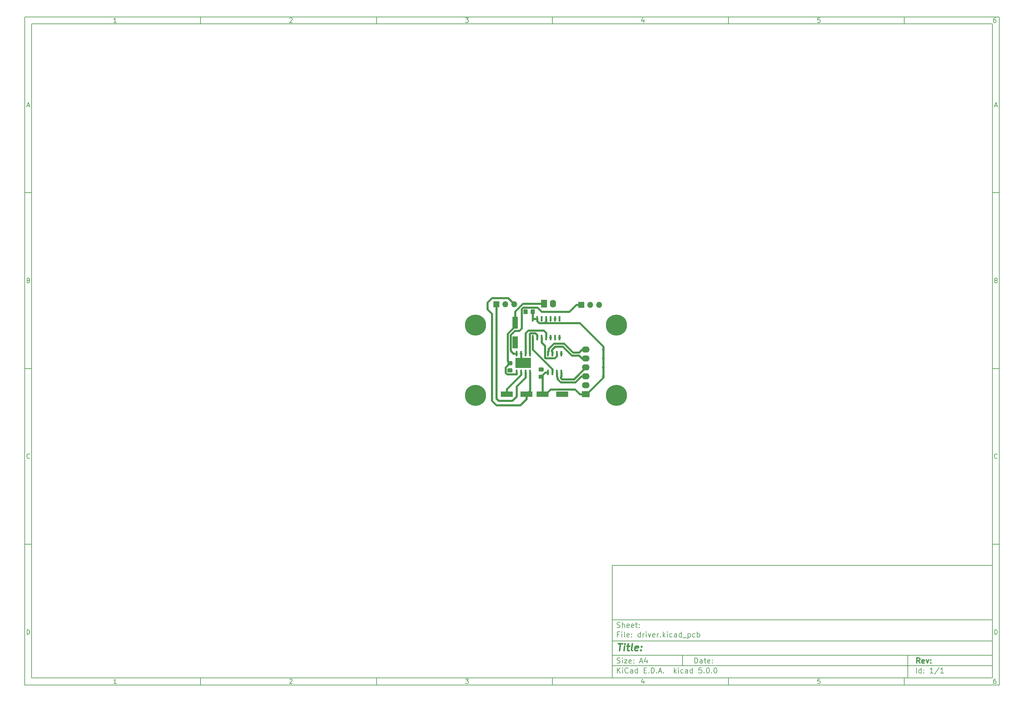
<source format=gtl>
G04 #@! TF.GenerationSoftware,KiCad,Pcbnew,5.0.0*
G04 #@! TF.CreationDate,2018-10-21T13:37:26+10:00*
G04 #@! TF.ProjectId,driver,6472697665722E6B696361645F706362,rev?*
G04 #@! TF.SameCoordinates,Original*
G04 #@! TF.FileFunction,Copper,L1,Top,Signal*
G04 #@! TF.FilePolarity,Positive*
%FSLAX46Y46*%
G04 Gerber Fmt 4.6, Leading zero omitted, Abs format (unit mm)*
G04 Created by KiCad (PCBNEW 5.0.0) date Sun Oct 21 13:37:26 2018*
%MOMM*%
%LPD*%
G01*
G04 APERTURE LIST*
%ADD10C,0.100000*%
%ADD11C,0.150000*%
%ADD12C,0.300000*%
%ADD13C,0.400000*%
G04 #@! TA.AperFunction,Conductor*
%ADD14C,0.100000*%
G04 #@! TD*
G04 #@! TA.AperFunction,SMDPad,CuDef*
%ADD15C,1.150000*%
G04 #@! TD*
G04 #@! TA.AperFunction,SMDPad,CuDef*
%ADD16R,0.600000X1.500000*%
G04 #@! TD*
G04 #@! TA.AperFunction,ComponentPad*
%ADD17O,1.700000X1.700000*%
G04 #@! TD*
G04 #@! TA.AperFunction,ComponentPad*
%ADD18R,1.700000X1.700000*%
G04 #@! TD*
G04 #@! TA.AperFunction,ComponentPad*
%ADD19C,0.800000*%
G04 #@! TD*
G04 #@! TA.AperFunction,ComponentPad*
%ADD20C,6.000000*%
G04 #@! TD*
G04 #@! TA.AperFunction,SMDPad,CuDef*
%ADD21R,0.600000X1.550000*%
G04 #@! TD*
G04 #@! TA.AperFunction,ComponentPad*
%ADD22R,1.740000X2.200000*%
G04 #@! TD*
G04 #@! TA.AperFunction,ComponentPad*
%ADD23O,1.740000X2.200000*%
G04 #@! TD*
G04 #@! TA.AperFunction,SMDPad,CuDef*
%ADD24R,3.500000X1.600000*%
G04 #@! TD*
G04 #@! TA.AperFunction,SMDPad,CuDef*
%ADD25R,1.600000X3.500000*%
G04 #@! TD*
G04 #@! TA.AperFunction,ComponentPad*
%ADD26R,2.200000X1.740000*%
G04 #@! TD*
G04 #@! TA.AperFunction,ComponentPad*
%ADD27O,2.200000X1.740000*%
G04 #@! TD*
G04 #@! TA.AperFunction,SMDPad,CuDef*
%ADD28R,3.100000X2.600000*%
G04 #@! TD*
G04 #@! TA.AperFunction,Conductor*
%ADD29R,4.500000X2.950000*%
G04 #@! TD*
G04 #@! TA.AperFunction,ViaPad*
%ADD30C,0.600000*%
G04 #@! TD*
G04 #@! TA.AperFunction,ViaPad*
%ADD31C,0.800000*%
G04 #@! TD*
G04 #@! TA.AperFunction,Conductor*
%ADD32C,0.625000*%
G04 #@! TD*
G04 APERTURE END LIST*
D10*
D11*
X177002200Y-166007200D02*
X177002200Y-198007200D01*
X285002200Y-198007200D01*
X285002200Y-166007200D01*
X177002200Y-166007200D01*
D10*
D11*
X10000000Y-10000000D02*
X10000000Y-200007200D01*
X287002200Y-200007200D01*
X287002200Y-10000000D01*
X10000000Y-10000000D01*
D10*
D11*
X12000000Y-12000000D02*
X12000000Y-198007200D01*
X285002200Y-198007200D01*
X285002200Y-12000000D01*
X12000000Y-12000000D01*
D10*
D11*
X60000000Y-12000000D02*
X60000000Y-10000000D01*
D10*
D11*
X110000000Y-12000000D02*
X110000000Y-10000000D01*
D10*
D11*
X160000000Y-12000000D02*
X160000000Y-10000000D01*
D10*
D11*
X210000000Y-12000000D02*
X210000000Y-10000000D01*
D10*
D11*
X260000000Y-12000000D02*
X260000000Y-10000000D01*
D10*
D11*
X36065476Y-11588095D02*
X35322619Y-11588095D01*
X35694047Y-11588095D02*
X35694047Y-10288095D01*
X35570238Y-10473809D01*
X35446428Y-10597619D01*
X35322619Y-10659523D01*
D10*
D11*
X85322619Y-10411904D02*
X85384523Y-10350000D01*
X85508333Y-10288095D01*
X85817857Y-10288095D01*
X85941666Y-10350000D01*
X86003571Y-10411904D01*
X86065476Y-10535714D01*
X86065476Y-10659523D01*
X86003571Y-10845238D01*
X85260714Y-11588095D01*
X86065476Y-11588095D01*
D10*
D11*
X135260714Y-10288095D02*
X136065476Y-10288095D01*
X135632142Y-10783333D01*
X135817857Y-10783333D01*
X135941666Y-10845238D01*
X136003571Y-10907142D01*
X136065476Y-11030952D01*
X136065476Y-11340476D01*
X136003571Y-11464285D01*
X135941666Y-11526190D01*
X135817857Y-11588095D01*
X135446428Y-11588095D01*
X135322619Y-11526190D01*
X135260714Y-11464285D01*
D10*
D11*
X185941666Y-10721428D02*
X185941666Y-11588095D01*
X185632142Y-10226190D02*
X185322619Y-11154761D01*
X186127380Y-11154761D01*
D10*
D11*
X236003571Y-10288095D02*
X235384523Y-10288095D01*
X235322619Y-10907142D01*
X235384523Y-10845238D01*
X235508333Y-10783333D01*
X235817857Y-10783333D01*
X235941666Y-10845238D01*
X236003571Y-10907142D01*
X236065476Y-11030952D01*
X236065476Y-11340476D01*
X236003571Y-11464285D01*
X235941666Y-11526190D01*
X235817857Y-11588095D01*
X235508333Y-11588095D01*
X235384523Y-11526190D01*
X235322619Y-11464285D01*
D10*
D11*
X285941666Y-10288095D02*
X285694047Y-10288095D01*
X285570238Y-10350000D01*
X285508333Y-10411904D01*
X285384523Y-10597619D01*
X285322619Y-10845238D01*
X285322619Y-11340476D01*
X285384523Y-11464285D01*
X285446428Y-11526190D01*
X285570238Y-11588095D01*
X285817857Y-11588095D01*
X285941666Y-11526190D01*
X286003571Y-11464285D01*
X286065476Y-11340476D01*
X286065476Y-11030952D01*
X286003571Y-10907142D01*
X285941666Y-10845238D01*
X285817857Y-10783333D01*
X285570238Y-10783333D01*
X285446428Y-10845238D01*
X285384523Y-10907142D01*
X285322619Y-11030952D01*
D10*
D11*
X60000000Y-198007200D02*
X60000000Y-200007200D01*
D10*
D11*
X110000000Y-198007200D02*
X110000000Y-200007200D01*
D10*
D11*
X160000000Y-198007200D02*
X160000000Y-200007200D01*
D10*
D11*
X210000000Y-198007200D02*
X210000000Y-200007200D01*
D10*
D11*
X260000000Y-198007200D02*
X260000000Y-200007200D01*
D10*
D11*
X36065476Y-199595295D02*
X35322619Y-199595295D01*
X35694047Y-199595295D02*
X35694047Y-198295295D01*
X35570238Y-198481009D01*
X35446428Y-198604819D01*
X35322619Y-198666723D01*
D10*
D11*
X85322619Y-198419104D02*
X85384523Y-198357200D01*
X85508333Y-198295295D01*
X85817857Y-198295295D01*
X85941666Y-198357200D01*
X86003571Y-198419104D01*
X86065476Y-198542914D01*
X86065476Y-198666723D01*
X86003571Y-198852438D01*
X85260714Y-199595295D01*
X86065476Y-199595295D01*
D10*
D11*
X135260714Y-198295295D02*
X136065476Y-198295295D01*
X135632142Y-198790533D01*
X135817857Y-198790533D01*
X135941666Y-198852438D01*
X136003571Y-198914342D01*
X136065476Y-199038152D01*
X136065476Y-199347676D01*
X136003571Y-199471485D01*
X135941666Y-199533390D01*
X135817857Y-199595295D01*
X135446428Y-199595295D01*
X135322619Y-199533390D01*
X135260714Y-199471485D01*
D10*
D11*
X185941666Y-198728628D02*
X185941666Y-199595295D01*
X185632142Y-198233390D02*
X185322619Y-199161961D01*
X186127380Y-199161961D01*
D10*
D11*
X236003571Y-198295295D02*
X235384523Y-198295295D01*
X235322619Y-198914342D01*
X235384523Y-198852438D01*
X235508333Y-198790533D01*
X235817857Y-198790533D01*
X235941666Y-198852438D01*
X236003571Y-198914342D01*
X236065476Y-199038152D01*
X236065476Y-199347676D01*
X236003571Y-199471485D01*
X235941666Y-199533390D01*
X235817857Y-199595295D01*
X235508333Y-199595295D01*
X235384523Y-199533390D01*
X235322619Y-199471485D01*
D10*
D11*
X285941666Y-198295295D02*
X285694047Y-198295295D01*
X285570238Y-198357200D01*
X285508333Y-198419104D01*
X285384523Y-198604819D01*
X285322619Y-198852438D01*
X285322619Y-199347676D01*
X285384523Y-199471485D01*
X285446428Y-199533390D01*
X285570238Y-199595295D01*
X285817857Y-199595295D01*
X285941666Y-199533390D01*
X286003571Y-199471485D01*
X286065476Y-199347676D01*
X286065476Y-199038152D01*
X286003571Y-198914342D01*
X285941666Y-198852438D01*
X285817857Y-198790533D01*
X285570238Y-198790533D01*
X285446428Y-198852438D01*
X285384523Y-198914342D01*
X285322619Y-199038152D01*
D10*
D11*
X10000000Y-60000000D02*
X12000000Y-60000000D01*
D10*
D11*
X10000000Y-110000000D02*
X12000000Y-110000000D01*
D10*
D11*
X10000000Y-160000000D02*
X12000000Y-160000000D01*
D10*
D11*
X10690476Y-35216666D02*
X11309523Y-35216666D01*
X10566666Y-35588095D02*
X11000000Y-34288095D01*
X11433333Y-35588095D01*
D10*
D11*
X11092857Y-84907142D02*
X11278571Y-84969047D01*
X11340476Y-85030952D01*
X11402380Y-85154761D01*
X11402380Y-85340476D01*
X11340476Y-85464285D01*
X11278571Y-85526190D01*
X11154761Y-85588095D01*
X10659523Y-85588095D01*
X10659523Y-84288095D01*
X11092857Y-84288095D01*
X11216666Y-84350000D01*
X11278571Y-84411904D01*
X11340476Y-84535714D01*
X11340476Y-84659523D01*
X11278571Y-84783333D01*
X11216666Y-84845238D01*
X11092857Y-84907142D01*
X10659523Y-84907142D01*
D10*
D11*
X11402380Y-135464285D02*
X11340476Y-135526190D01*
X11154761Y-135588095D01*
X11030952Y-135588095D01*
X10845238Y-135526190D01*
X10721428Y-135402380D01*
X10659523Y-135278571D01*
X10597619Y-135030952D01*
X10597619Y-134845238D01*
X10659523Y-134597619D01*
X10721428Y-134473809D01*
X10845238Y-134350000D01*
X11030952Y-134288095D01*
X11154761Y-134288095D01*
X11340476Y-134350000D01*
X11402380Y-134411904D01*
D10*
D11*
X10659523Y-185588095D02*
X10659523Y-184288095D01*
X10969047Y-184288095D01*
X11154761Y-184350000D01*
X11278571Y-184473809D01*
X11340476Y-184597619D01*
X11402380Y-184845238D01*
X11402380Y-185030952D01*
X11340476Y-185278571D01*
X11278571Y-185402380D01*
X11154761Y-185526190D01*
X10969047Y-185588095D01*
X10659523Y-185588095D01*
D10*
D11*
X287002200Y-60000000D02*
X285002200Y-60000000D01*
D10*
D11*
X287002200Y-110000000D02*
X285002200Y-110000000D01*
D10*
D11*
X287002200Y-160000000D02*
X285002200Y-160000000D01*
D10*
D11*
X285692676Y-35216666D02*
X286311723Y-35216666D01*
X285568866Y-35588095D02*
X286002200Y-34288095D01*
X286435533Y-35588095D01*
D10*
D11*
X286095057Y-84907142D02*
X286280771Y-84969047D01*
X286342676Y-85030952D01*
X286404580Y-85154761D01*
X286404580Y-85340476D01*
X286342676Y-85464285D01*
X286280771Y-85526190D01*
X286156961Y-85588095D01*
X285661723Y-85588095D01*
X285661723Y-84288095D01*
X286095057Y-84288095D01*
X286218866Y-84350000D01*
X286280771Y-84411904D01*
X286342676Y-84535714D01*
X286342676Y-84659523D01*
X286280771Y-84783333D01*
X286218866Y-84845238D01*
X286095057Y-84907142D01*
X285661723Y-84907142D01*
D10*
D11*
X286404580Y-135464285D02*
X286342676Y-135526190D01*
X286156961Y-135588095D01*
X286033152Y-135588095D01*
X285847438Y-135526190D01*
X285723628Y-135402380D01*
X285661723Y-135278571D01*
X285599819Y-135030952D01*
X285599819Y-134845238D01*
X285661723Y-134597619D01*
X285723628Y-134473809D01*
X285847438Y-134350000D01*
X286033152Y-134288095D01*
X286156961Y-134288095D01*
X286342676Y-134350000D01*
X286404580Y-134411904D01*
D10*
D11*
X285661723Y-185588095D02*
X285661723Y-184288095D01*
X285971247Y-184288095D01*
X286156961Y-184350000D01*
X286280771Y-184473809D01*
X286342676Y-184597619D01*
X286404580Y-184845238D01*
X286404580Y-185030952D01*
X286342676Y-185278571D01*
X286280771Y-185402380D01*
X286156961Y-185526190D01*
X285971247Y-185588095D01*
X285661723Y-185588095D01*
D10*
D11*
X200434342Y-193785771D02*
X200434342Y-192285771D01*
X200791485Y-192285771D01*
X201005771Y-192357200D01*
X201148628Y-192500057D01*
X201220057Y-192642914D01*
X201291485Y-192928628D01*
X201291485Y-193142914D01*
X201220057Y-193428628D01*
X201148628Y-193571485D01*
X201005771Y-193714342D01*
X200791485Y-193785771D01*
X200434342Y-193785771D01*
X202577200Y-193785771D02*
X202577200Y-193000057D01*
X202505771Y-192857200D01*
X202362914Y-192785771D01*
X202077200Y-192785771D01*
X201934342Y-192857200D01*
X202577200Y-193714342D02*
X202434342Y-193785771D01*
X202077200Y-193785771D01*
X201934342Y-193714342D01*
X201862914Y-193571485D01*
X201862914Y-193428628D01*
X201934342Y-193285771D01*
X202077200Y-193214342D01*
X202434342Y-193214342D01*
X202577200Y-193142914D01*
X203077200Y-192785771D02*
X203648628Y-192785771D01*
X203291485Y-192285771D02*
X203291485Y-193571485D01*
X203362914Y-193714342D01*
X203505771Y-193785771D01*
X203648628Y-193785771D01*
X204720057Y-193714342D02*
X204577200Y-193785771D01*
X204291485Y-193785771D01*
X204148628Y-193714342D01*
X204077200Y-193571485D01*
X204077200Y-193000057D01*
X204148628Y-192857200D01*
X204291485Y-192785771D01*
X204577200Y-192785771D01*
X204720057Y-192857200D01*
X204791485Y-193000057D01*
X204791485Y-193142914D01*
X204077200Y-193285771D01*
X205434342Y-193642914D02*
X205505771Y-193714342D01*
X205434342Y-193785771D01*
X205362914Y-193714342D01*
X205434342Y-193642914D01*
X205434342Y-193785771D01*
X205434342Y-192857200D02*
X205505771Y-192928628D01*
X205434342Y-193000057D01*
X205362914Y-192928628D01*
X205434342Y-192857200D01*
X205434342Y-193000057D01*
D10*
D11*
X177002200Y-194507200D02*
X285002200Y-194507200D01*
D10*
D11*
X178434342Y-196585771D02*
X178434342Y-195085771D01*
X179291485Y-196585771D02*
X178648628Y-195728628D01*
X179291485Y-195085771D02*
X178434342Y-195942914D01*
X179934342Y-196585771D02*
X179934342Y-195585771D01*
X179934342Y-195085771D02*
X179862914Y-195157200D01*
X179934342Y-195228628D01*
X180005771Y-195157200D01*
X179934342Y-195085771D01*
X179934342Y-195228628D01*
X181505771Y-196442914D02*
X181434342Y-196514342D01*
X181220057Y-196585771D01*
X181077200Y-196585771D01*
X180862914Y-196514342D01*
X180720057Y-196371485D01*
X180648628Y-196228628D01*
X180577200Y-195942914D01*
X180577200Y-195728628D01*
X180648628Y-195442914D01*
X180720057Y-195300057D01*
X180862914Y-195157200D01*
X181077200Y-195085771D01*
X181220057Y-195085771D01*
X181434342Y-195157200D01*
X181505771Y-195228628D01*
X182791485Y-196585771D02*
X182791485Y-195800057D01*
X182720057Y-195657200D01*
X182577200Y-195585771D01*
X182291485Y-195585771D01*
X182148628Y-195657200D01*
X182791485Y-196514342D02*
X182648628Y-196585771D01*
X182291485Y-196585771D01*
X182148628Y-196514342D01*
X182077200Y-196371485D01*
X182077200Y-196228628D01*
X182148628Y-196085771D01*
X182291485Y-196014342D01*
X182648628Y-196014342D01*
X182791485Y-195942914D01*
X184148628Y-196585771D02*
X184148628Y-195085771D01*
X184148628Y-196514342D02*
X184005771Y-196585771D01*
X183720057Y-196585771D01*
X183577200Y-196514342D01*
X183505771Y-196442914D01*
X183434342Y-196300057D01*
X183434342Y-195871485D01*
X183505771Y-195728628D01*
X183577200Y-195657200D01*
X183720057Y-195585771D01*
X184005771Y-195585771D01*
X184148628Y-195657200D01*
X186005771Y-195800057D02*
X186505771Y-195800057D01*
X186720057Y-196585771D02*
X186005771Y-196585771D01*
X186005771Y-195085771D01*
X186720057Y-195085771D01*
X187362914Y-196442914D02*
X187434342Y-196514342D01*
X187362914Y-196585771D01*
X187291485Y-196514342D01*
X187362914Y-196442914D01*
X187362914Y-196585771D01*
X188077200Y-196585771D02*
X188077200Y-195085771D01*
X188434342Y-195085771D01*
X188648628Y-195157200D01*
X188791485Y-195300057D01*
X188862914Y-195442914D01*
X188934342Y-195728628D01*
X188934342Y-195942914D01*
X188862914Y-196228628D01*
X188791485Y-196371485D01*
X188648628Y-196514342D01*
X188434342Y-196585771D01*
X188077200Y-196585771D01*
X189577200Y-196442914D02*
X189648628Y-196514342D01*
X189577200Y-196585771D01*
X189505771Y-196514342D01*
X189577200Y-196442914D01*
X189577200Y-196585771D01*
X190220057Y-196157200D02*
X190934342Y-196157200D01*
X190077200Y-196585771D02*
X190577200Y-195085771D01*
X191077200Y-196585771D01*
X191577200Y-196442914D02*
X191648628Y-196514342D01*
X191577200Y-196585771D01*
X191505771Y-196514342D01*
X191577200Y-196442914D01*
X191577200Y-196585771D01*
X194577200Y-196585771D02*
X194577200Y-195085771D01*
X194720057Y-196014342D02*
X195148628Y-196585771D01*
X195148628Y-195585771D02*
X194577200Y-196157200D01*
X195791485Y-196585771D02*
X195791485Y-195585771D01*
X195791485Y-195085771D02*
X195720057Y-195157200D01*
X195791485Y-195228628D01*
X195862914Y-195157200D01*
X195791485Y-195085771D01*
X195791485Y-195228628D01*
X197148628Y-196514342D02*
X197005771Y-196585771D01*
X196720057Y-196585771D01*
X196577200Y-196514342D01*
X196505771Y-196442914D01*
X196434342Y-196300057D01*
X196434342Y-195871485D01*
X196505771Y-195728628D01*
X196577200Y-195657200D01*
X196720057Y-195585771D01*
X197005771Y-195585771D01*
X197148628Y-195657200D01*
X198434342Y-196585771D02*
X198434342Y-195800057D01*
X198362914Y-195657200D01*
X198220057Y-195585771D01*
X197934342Y-195585771D01*
X197791485Y-195657200D01*
X198434342Y-196514342D02*
X198291485Y-196585771D01*
X197934342Y-196585771D01*
X197791485Y-196514342D01*
X197720057Y-196371485D01*
X197720057Y-196228628D01*
X197791485Y-196085771D01*
X197934342Y-196014342D01*
X198291485Y-196014342D01*
X198434342Y-195942914D01*
X199791485Y-196585771D02*
X199791485Y-195085771D01*
X199791485Y-196514342D02*
X199648628Y-196585771D01*
X199362914Y-196585771D01*
X199220057Y-196514342D01*
X199148628Y-196442914D01*
X199077200Y-196300057D01*
X199077200Y-195871485D01*
X199148628Y-195728628D01*
X199220057Y-195657200D01*
X199362914Y-195585771D01*
X199648628Y-195585771D01*
X199791485Y-195657200D01*
X202362914Y-195085771D02*
X201648628Y-195085771D01*
X201577200Y-195800057D01*
X201648628Y-195728628D01*
X201791485Y-195657200D01*
X202148628Y-195657200D01*
X202291485Y-195728628D01*
X202362914Y-195800057D01*
X202434342Y-195942914D01*
X202434342Y-196300057D01*
X202362914Y-196442914D01*
X202291485Y-196514342D01*
X202148628Y-196585771D01*
X201791485Y-196585771D01*
X201648628Y-196514342D01*
X201577200Y-196442914D01*
X203077200Y-196442914D02*
X203148628Y-196514342D01*
X203077200Y-196585771D01*
X203005771Y-196514342D01*
X203077200Y-196442914D01*
X203077200Y-196585771D01*
X204077200Y-195085771D02*
X204220057Y-195085771D01*
X204362914Y-195157200D01*
X204434342Y-195228628D01*
X204505771Y-195371485D01*
X204577200Y-195657200D01*
X204577200Y-196014342D01*
X204505771Y-196300057D01*
X204434342Y-196442914D01*
X204362914Y-196514342D01*
X204220057Y-196585771D01*
X204077200Y-196585771D01*
X203934342Y-196514342D01*
X203862914Y-196442914D01*
X203791485Y-196300057D01*
X203720057Y-196014342D01*
X203720057Y-195657200D01*
X203791485Y-195371485D01*
X203862914Y-195228628D01*
X203934342Y-195157200D01*
X204077200Y-195085771D01*
X205220057Y-196442914D02*
X205291485Y-196514342D01*
X205220057Y-196585771D01*
X205148628Y-196514342D01*
X205220057Y-196442914D01*
X205220057Y-196585771D01*
X206220057Y-195085771D02*
X206362914Y-195085771D01*
X206505771Y-195157200D01*
X206577200Y-195228628D01*
X206648628Y-195371485D01*
X206720057Y-195657200D01*
X206720057Y-196014342D01*
X206648628Y-196300057D01*
X206577200Y-196442914D01*
X206505771Y-196514342D01*
X206362914Y-196585771D01*
X206220057Y-196585771D01*
X206077200Y-196514342D01*
X206005771Y-196442914D01*
X205934342Y-196300057D01*
X205862914Y-196014342D01*
X205862914Y-195657200D01*
X205934342Y-195371485D01*
X206005771Y-195228628D01*
X206077200Y-195157200D01*
X206220057Y-195085771D01*
D10*
D11*
X177002200Y-191507200D02*
X285002200Y-191507200D01*
D10*
D12*
X264411485Y-193785771D02*
X263911485Y-193071485D01*
X263554342Y-193785771D02*
X263554342Y-192285771D01*
X264125771Y-192285771D01*
X264268628Y-192357200D01*
X264340057Y-192428628D01*
X264411485Y-192571485D01*
X264411485Y-192785771D01*
X264340057Y-192928628D01*
X264268628Y-193000057D01*
X264125771Y-193071485D01*
X263554342Y-193071485D01*
X265625771Y-193714342D02*
X265482914Y-193785771D01*
X265197200Y-193785771D01*
X265054342Y-193714342D01*
X264982914Y-193571485D01*
X264982914Y-193000057D01*
X265054342Y-192857200D01*
X265197200Y-192785771D01*
X265482914Y-192785771D01*
X265625771Y-192857200D01*
X265697200Y-193000057D01*
X265697200Y-193142914D01*
X264982914Y-193285771D01*
X266197200Y-192785771D02*
X266554342Y-193785771D01*
X266911485Y-192785771D01*
X267482914Y-193642914D02*
X267554342Y-193714342D01*
X267482914Y-193785771D01*
X267411485Y-193714342D01*
X267482914Y-193642914D01*
X267482914Y-193785771D01*
X267482914Y-192857200D02*
X267554342Y-192928628D01*
X267482914Y-193000057D01*
X267411485Y-192928628D01*
X267482914Y-192857200D01*
X267482914Y-193000057D01*
D10*
D11*
X178362914Y-193714342D02*
X178577200Y-193785771D01*
X178934342Y-193785771D01*
X179077200Y-193714342D01*
X179148628Y-193642914D01*
X179220057Y-193500057D01*
X179220057Y-193357200D01*
X179148628Y-193214342D01*
X179077200Y-193142914D01*
X178934342Y-193071485D01*
X178648628Y-193000057D01*
X178505771Y-192928628D01*
X178434342Y-192857200D01*
X178362914Y-192714342D01*
X178362914Y-192571485D01*
X178434342Y-192428628D01*
X178505771Y-192357200D01*
X178648628Y-192285771D01*
X179005771Y-192285771D01*
X179220057Y-192357200D01*
X179862914Y-193785771D02*
X179862914Y-192785771D01*
X179862914Y-192285771D02*
X179791485Y-192357200D01*
X179862914Y-192428628D01*
X179934342Y-192357200D01*
X179862914Y-192285771D01*
X179862914Y-192428628D01*
X180434342Y-192785771D02*
X181220057Y-192785771D01*
X180434342Y-193785771D01*
X181220057Y-193785771D01*
X182362914Y-193714342D02*
X182220057Y-193785771D01*
X181934342Y-193785771D01*
X181791485Y-193714342D01*
X181720057Y-193571485D01*
X181720057Y-193000057D01*
X181791485Y-192857200D01*
X181934342Y-192785771D01*
X182220057Y-192785771D01*
X182362914Y-192857200D01*
X182434342Y-193000057D01*
X182434342Y-193142914D01*
X181720057Y-193285771D01*
X183077200Y-193642914D02*
X183148628Y-193714342D01*
X183077200Y-193785771D01*
X183005771Y-193714342D01*
X183077200Y-193642914D01*
X183077200Y-193785771D01*
X183077200Y-192857200D02*
X183148628Y-192928628D01*
X183077200Y-193000057D01*
X183005771Y-192928628D01*
X183077200Y-192857200D01*
X183077200Y-193000057D01*
X184862914Y-193357200D02*
X185577200Y-193357200D01*
X184720057Y-193785771D02*
X185220057Y-192285771D01*
X185720057Y-193785771D01*
X186862914Y-192785771D02*
X186862914Y-193785771D01*
X186505771Y-192214342D02*
X186148628Y-193285771D01*
X187077200Y-193285771D01*
D10*
D11*
X263434342Y-196585771D02*
X263434342Y-195085771D01*
X264791485Y-196585771D02*
X264791485Y-195085771D01*
X264791485Y-196514342D02*
X264648628Y-196585771D01*
X264362914Y-196585771D01*
X264220057Y-196514342D01*
X264148628Y-196442914D01*
X264077200Y-196300057D01*
X264077200Y-195871485D01*
X264148628Y-195728628D01*
X264220057Y-195657200D01*
X264362914Y-195585771D01*
X264648628Y-195585771D01*
X264791485Y-195657200D01*
X265505771Y-196442914D02*
X265577200Y-196514342D01*
X265505771Y-196585771D01*
X265434342Y-196514342D01*
X265505771Y-196442914D01*
X265505771Y-196585771D01*
X265505771Y-195657200D02*
X265577200Y-195728628D01*
X265505771Y-195800057D01*
X265434342Y-195728628D01*
X265505771Y-195657200D01*
X265505771Y-195800057D01*
X268148628Y-196585771D02*
X267291485Y-196585771D01*
X267720057Y-196585771D02*
X267720057Y-195085771D01*
X267577200Y-195300057D01*
X267434342Y-195442914D01*
X267291485Y-195514342D01*
X269862914Y-195014342D02*
X268577200Y-196942914D01*
X271148628Y-196585771D02*
X270291485Y-196585771D01*
X270720057Y-196585771D02*
X270720057Y-195085771D01*
X270577200Y-195300057D01*
X270434342Y-195442914D01*
X270291485Y-195514342D01*
D10*
D11*
X177002200Y-187507200D02*
X285002200Y-187507200D01*
D10*
D13*
X178714580Y-188211961D02*
X179857438Y-188211961D01*
X179036009Y-190211961D02*
X179286009Y-188211961D01*
X180274104Y-190211961D02*
X180440771Y-188878628D01*
X180524104Y-188211961D02*
X180416961Y-188307200D01*
X180500295Y-188402438D01*
X180607438Y-188307200D01*
X180524104Y-188211961D01*
X180500295Y-188402438D01*
X181107438Y-188878628D02*
X181869342Y-188878628D01*
X181476485Y-188211961D02*
X181262200Y-189926247D01*
X181333628Y-190116723D01*
X181512200Y-190211961D01*
X181702676Y-190211961D01*
X182655057Y-190211961D02*
X182476485Y-190116723D01*
X182405057Y-189926247D01*
X182619342Y-188211961D01*
X184190771Y-190116723D02*
X183988390Y-190211961D01*
X183607438Y-190211961D01*
X183428866Y-190116723D01*
X183357438Y-189926247D01*
X183452676Y-189164342D01*
X183571723Y-188973866D01*
X183774104Y-188878628D01*
X184155057Y-188878628D01*
X184333628Y-188973866D01*
X184405057Y-189164342D01*
X184381247Y-189354819D01*
X183405057Y-189545295D01*
X185155057Y-190021485D02*
X185238390Y-190116723D01*
X185131247Y-190211961D01*
X185047914Y-190116723D01*
X185155057Y-190021485D01*
X185131247Y-190211961D01*
X185286009Y-188973866D02*
X185369342Y-189069104D01*
X185262200Y-189164342D01*
X185178866Y-189069104D01*
X185286009Y-188973866D01*
X185262200Y-189164342D01*
D10*
D11*
X178934342Y-185600057D02*
X178434342Y-185600057D01*
X178434342Y-186385771D02*
X178434342Y-184885771D01*
X179148628Y-184885771D01*
X179720057Y-186385771D02*
X179720057Y-185385771D01*
X179720057Y-184885771D02*
X179648628Y-184957200D01*
X179720057Y-185028628D01*
X179791485Y-184957200D01*
X179720057Y-184885771D01*
X179720057Y-185028628D01*
X180648628Y-186385771D02*
X180505771Y-186314342D01*
X180434342Y-186171485D01*
X180434342Y-184885771D01*
X181791485Y-186314342D02*
X181648628Y-186385771D01*
X181362914Y-186385771D01*
X181220057Y-186314342D01*
X181148628Y-186171485D01*
X181148628Y-185600057D01*
X181220057Y-185457200D01*
X181362914Y-185385771D01*
X181648628Y-185385771D01*
X181791485Y-185457200D01*
X181862914Y-185600057D01*
X181862914Y-185742914D01*
X181148628Y-185885771D01*
X182505771Y-186242914D02*
X182577200Y-186314342D01*
X182505771Y-186385771D01*
X182434342Y-186314342D01*
X182505771Y-186242914D01*
X182505771Y-186385771D01*
X182505771Y-185457200D02*
X182577200Y-185528628D01*
X182505771Y-185600057D01*
X182434342Y-185528628D01*
X182505771Y-185457200D01*
X182505771Y-185600057D01*
X185005771Y-186385771D02*
X185005771Y-184885771D01*
X185005771Y-186314342D02*
X184862914Y-186385771D01*
X184577200Y-186385771D01*
X184434342Y-186314342D01*
X184362914Y-186242914D01*
X184291485Y-186100057D01*
X184291485Y-185671485D01*
X184362914Y-185528628D01*
X184434342Y-185457200D01*
X184577200Y-185385771D01*
X184862914Y-185385771D01*
X185005771Y-185457200D01*
X185720057Y-186385771D02*
X185720057Y-185385771D01*
X185720057Y-185671485D02*
X185791485Y-185528628D01*
X185862914Y-185457200D01*
X186005771Y-185385771D01*
X186148628Y-185385771D01*
X186648628Y-186385771D02*
X186648628Y-185385771D01*
X186648628Y-184885771D02*
X186577200Y-184957200D01*
X186648628Y-185028628D01*
X186720057Y-184957200D01*
X186648628Y-184885771D01*
X186648628Y-185028628D01*
X187220057Y-185385771D02*
X187577200Y-186385771D01*
X187934342Y-185385771D01*
X189077200Y-186314342D02*
X188934342Y-186385771D01*
X188648628Y-186385771D01*
X188505771Y-186314342D01*
X188434342Y-186171485D01*
X188434342Y-185600057D01*
X188505771Y-185457200D01*
X188648628Y-185385771D01*
X188934342Y-185385771D01*
X189077200Y-185457200D01*
X189148628Y-185600057D01*
X189148628Y-185742914D01*
X188434342Y-185885771D01*
X189791485Y-186385771D02*
X189791485Y-185385771D01*
X189791485Y-185671485D02*
X189862914Y-185528628D01*
X189934342Y-185457200D01*
X190077200Y-185385771D01*
X190220057Y-185385771D01*
X190720057Y-186242914D02*
X190791485Y-186314342D01*
X190720057Y-186385771D01*
X190648628Y-186314342D01*
X190720057Y-186242914D01*
X190720057Y-186385771D01*
X191434342Y-186385771D02*
X191434342Y-184885771D01*
X191577200Y-185814342D02*
X192005771Y-186385771D01*
X192005771Y-185385771D02*
X191434342Y-185957200D01*
X192648628Y-186385771D02*
X192648628Y-185385771D01*
X192648628Y-184885771D02*
X192577200Y-184957200D01*
X192648628Y-185028628D01*
X192720057Y-184957200D01*
X192648628Y-184885771D01*
X192648628Y-185028628D01*
X194005771Y-186314342D02*
X193862914Y-186385771D01*
X193577200Y-186385771D01*
X193434342Y-186314342D01*
X193362914Y-186242914D01*
X193291485Y-186100057D01*
X193291485Y-185671485D01*
X193362914Y-185528628D01*
X193434342Y-185457200D01*
X193577200Y-185385771D01*
X193862914Y-185385771D01*
X194005771Y-185457200D01*
X195291485Y-186385771D02*
X195291485Y-185600057D01*
X195220057Y-185457200D01*
X195077200Y-185385771D01*
X194791485Y-185385771D01*
X194648628Y-185457200D01*
X195291485Y-186314342D02*
X195148628Y-186385771D01*
X194791485Y-186385771D01*
X194648628Y-186314342D01*
X194577200Y-186171485D01*
X194577200Y-186028628D01*
X194648628Y-185885771D01*
X194791485Y-185814342D01*
X195148628Y-185814342D01*
X195291485Y-185742914D01*
X196648628Y-186385771D02*
X196648628Y-184885771D01*
X196648628Y-186314342D02*
X196505771Y-186385771D01*
X196220057Y-186385771D01*
X196077200Y-186314342D01*
X196005771Y-186242914D01*
X195934342Y-186100057D01*
X195934342Y-185671485D01*
X196005771Y-185528628D01*
X196077200Y-185457200D01*
X196220057Y-185385771D01*
X196505771Y-185385771D01*
X196648628Y-185457200D01*
X197005771Y-186528628D02*
X198148628Y-186528628D01*
X198505771Y-185385771D02*
X198505771Y-186885771D01*
X198505771Y-185457200D02*
X198648628Y-185385771D01*
X198934342Y-185385771D01*
X199077200Y-185457200D01*
X199148628Y-185528628D01*
X199220057Y-185671485D01*
X199220057Y-186100057D01*
X199148628Y-186242914D01*
X199077200Y-186314342D01*
X198934342Y-186385771D01*
X198648628Y-186385771D01*
X198505771Y-186314342D01*
X200505771Y-186314342D02*
X200362914Y-186385771D01*
X200077200Y-186385771D01*
X199934342Y-186314342D01*
X199862914Y-186242914D01*
X199791485Y-186100057D01*
X199791485Y-185671485D01*
X199862914Y-185528628D01*
X199934342Y-185457200D01*
X200077200Y-185385771D01*
X200362914Y-185385771D01*
X200505771Y-185457200D01*
X201148628Y-186385771D02*
X201148628Y-184885771D01*
X201148628Y-185457200D02*
X201291485Y-185385771D01*
X201577200Y-185385771D01*
X201720057Y-185457200D01*
X201791485Y-185528628D01*
X201862914Y-185671485D01*
X201862914Y-186100057D01*
X201791485Y-186242914D01*
X201720057Y-186314342D01*
X201577200Y-186385771D01*
X201291485Y-186385771D01*
X201148628Y-186314342D01*
D10*
D11*
X177002200Y-181507200D02*
X285002200Y-181507200D01*
D10*
D11*
X178362914Y-183614342D02*
X178577200Y-183685771D01*
X178934342Y-183685771D01*
X179077200Y-183614342D01*
X179148628Y-183542914D01*
X179220057Y-183400057D01*
X179220057Y-183257200D01*
X179148628Y-183114342D01*
X179077200Y-183042914D01*
X178934342Y-182971485D01*
X178648628Y-182900057D01*
X178505771Y-182828628D01*
X178434342Y-182757200D01*
X178362914Y-182614342D01*
X178362914Y-182471485D01*
X178434342Y-182328628D01*
X178505771Y-182257200D01*
X178648628Y-182185771D01*
X179005771Y-182185771D01*
X179220057Y-182257200D01*
X179862914Y-183685771D02*
X179862914Y-182185771D01*
X180505771Y-183685771D02*
X180505771Y-182900057D01*
X180434342Y-182757200D01*
X180291485Y-182685771D01*
X180077200Y-182685771D01*
X179934342Y-182757200D01*
X179862914Y-182828628D01*
X181791485Y-183614342D02*
X181648628Y-183685771D01*
X181362914Y-183685771D01*
X181220057Y-183614342D01*
X181148628Y-183471485D01*
X181148628Y-182900057D01*
X181220057Y-182757200D01*
X181362914Y-182685771D01*
X181648628Y-182685771D01*
X181791485Y-182757200D01*
X181862914Y-182900057D01*
X181862914Y-183042914D01*
X181148628Y-183185771D01*
X183077200Y-183614342D02*
X182934342Y-183685771D01*
X182648628Y-183685771D01*
X182505771Y-183614342D01*
X182434342Y-183471485D01*
X182434342Y-182900057D01*
X182505771Y-182757200D01*
X182648628Y-182685771D01*
X182934342Y-182685771D01*
X183077200Y-182757200D01*
X183148628Y-182900057D01*
X183148628Y-183042914D01*
X182434342Y-183185771D01*
X183577200Y-182685771D02*
X184148628Y-182685771D01*
X183791485Y-182185771D02*
X183791485Y-183471485D01*
X183862914Y-183614342D01*
X184005771Y-183685771D01*
X184148628Y-183685771D01*
X184648628Y-183542914D02*
X184720057Y-183614342D01*
X184648628Y-183685771D01*
X184577200Y-183614342D01*
X184648628Y-183542914D01*
X184648628Y-183685771D01*
X184648628Y-182757200D02*
X184720057Y-182828628D01*
X184648628Y-182900057D01*
X184577200Y-182828628D01*
X184648628Y-182757200D01*
X184648628Y-182900057D01*
D10*
D11*
X197002200Y-191507200D02*
X197002200Y-194507200D01*
D10*
D11*
X261002200Y-191507200D02*
X261002200Y-198007200D01*
D14*
G04 #@! TO.N,+5V*
G04 #@! TO.C,C10*
G36*
X154749505Y-93141204D02*
X154773773Y-93144804D01*
X154797572Y-93150765D01*
X154820671Y-93159030D01*
X154842850Y-93169520D01*
X154863893Y-93182132D01*
X154883599Y-93196747D01*
X154901777Y-93213223D01*
X154918253Y-93231401D01*
X154932868Y-93251107D01*
X154945480Y-93272150D01*
X154955970Y-93294329D01*
X154964235Y-93317428D01*
X154970196Y-93341227D01*
X154973796Y-93365495D01*
X154975000Y-93389999D01*
X154975000Y-94290001D01*
X154973796Y-94314505D01*
X154970196Y-94338773D01*
X154964235Y-94362572D01*
X154955970Y-94385671D01*
X154945480Y-94407850D01*
X154932868Y-94428893D01*
X154918253Y-94448599D01*
X154901777Y-94466777D01*
X154883599Y-94483253D01*
X154863893Y-94497868D01*
X154842850Y-94510480D01*
X154820671Y-94520970D01*
X154797572Y-94529235D01*
X154773773Y-94535196D01*
X154749505Y-94538796D01*
X154725001Y-94540000D01*
X154074999Y-94540000D01*
X154050495Y-94538796D01*
X154026227Y-94535196D01*
X154002428Y-94529235D01*
X153979329Y-94520970D01*
X153957150Y-94510480D01*
X153936107Y-94497868D01*
X153916401Y-94483253D01*
X153898223Y-94466777D01*
X153881747Y-94448599D01*
X153867132Y-94428893D01*
X153854520Y-94407850D01*
X153844030Y-94385671D01*
X153835765Y-94362572D01*
X153829804Y-94338773D01*
X153826204Y-94314505D01*
X153825000Y-94290001D01*
X153825000Y-93389999D01*
X153826204Y-93365495D01*
X153829804Y-93341227D01*
X153835765Y-93317428D01*
X153844030Y-93294329D01*
X153854520Y-93272150D01*
X153867132Y-93251107D01*
X153881747Y-93231401D01*
X153898223Y-93213223D01*
X153916401Y-93196747D01*
X153936107Y-93182132D01*
X153957150Y-93169520D01*
X153979329Y-93159030D01*
X154002428Y-93150765D01*
X154026227Y-93144804D01*
X154050495Y-93141204D01*
X154074999Y-93140000D01*
X154725001Y-93140000D01*
X154749505Y-93141204D01*
X154749505Y-93141204D01*
G37*
D15*
G04 #@! TD*
G04 #@! TO.P,C10,1*
G04 #@! TO.N,+5V*
X154400000Y-93840000D03*
D14*
G04 #@! TO.N,GND*
G04 #@! TO.C,C10*
G36*
X152699505Y-93141204D02*
X152723773Y-93144804D01*
X152747572Y-93150765D01*
X152770671Y-93159030D01*
X152792850Y-93169520D01*
X152813893Y-93182132D01*
X152833599Y-93196747D01*
X152851777Y-93213223D01*
X152868253Y-93231401D01*
X152882868Y-93251107D01*
X152895480Y-93272150D01*
X152905970Y-93294329D01*
X152914235Y-93317428D01*
X152920196Y-93341227D01*
X152923796Y-93365495D01*
X152925000Y-93389999D01*
X152925000Y-94290001D01*
X152923796Y-94314505D01*
X152920196Y-94338773D01*
X152914235Y-94362572D01*
X152905970Y-94385671D01*
X152895480Y-94407850D01*
X152882868Y-94428893D01*
X152868253Y-94448599D01*
X152851777Y-94466777D01*
X152833599Y-94483253D01*
X152813893Y-94497868D01*
X152792850Y-94510480D01*
X152770671Y-94520970D01*
X152747572Y-94529235D01*
X152723773Y-94535196D01*
X152699505Y-94538796D01*
X152675001Y-94540000D01*
X152024999Y-94540000D01*
X152000495Y-94538796D01*
X151976227Y-94535196D01*
X151952428Y-94529235D01*
X151929329Y-94520970D01*
X151907150Y-94510480D01*
X151886107Y-94497868D01*
X151866401Y-94483253D01*
X151848223Y-94466777D01*
X151831747Y-94448599D01*
X151817132Y-94428893D01*
X151804520Y-94407850D01*
X151794030Y-94385671D01*
X151785765Y-94362572D01*
X151779804Y-94338773D01*
X151776204Y-94314505D01*
X151775000Y-94290001D01*
X151775000Y-93389999D01*
X151776204Y-93365495D01*
X151779804Y-93341227D01*
X151785765Y-93317428D01*
X151794030Y-93294329D01*
X151804520Y-93272150D01*
X151817132Y-93251107D01*
X151831747Y-93231401D01*
X151848223Y-93213223D01*
X151866401Y-93196747D01*
X151886107Y-93182132D01*
X151907150Y-93169520D01*
X151929329Y-93159030D01*
X151952428Y-93150765D01*
X151976227Y-93144804D01*
X152000495Y-93141204D01*
X152024999Y-93140000D01*
X152675001Y-93140000D01*
X152699505Y-93141204D01*
X152699505Y-93141204D01*
G37*
D15*
G04 #@! TD*
G04 #@! TO.P,C10,2*
G04 #@! TO.N,GND*
X152350000Y-93840000D03*
D16*
G04 #@! TO.P,U3,1*
G04 #@! TO.N,/~HI~*
X154400000Y-101230000D03*
G04 #@! TO.P,U3,2*
G04 #@! TO.N,Net-(U2-Pad5)*
X155670000Y-101230000D03*
G04 #@! TO.P,U3,3*
G04 #@! TO.N,/~LO~*
X156940000Y-101230000D03*
G04 #@! TO.P,U3,4*
G04 #@! TO.N,Net-(U2-Pad6)*
X158210000Y-101230000D03*
G04 #@! TO.P,U3,5*
G04 #@! TO.N,GND*
X159480000Y-101230000D03*
G04 #@! TO.P,U3,6*
G04 #@! TO.N,Net-(U3-Pad6)*
X160750000Y-101230000D03*
G04 #@! TO.P,U3,7*
G04 #@! TO.N,GND*
X162020000Y-101230000D03*
G04 #@! TO.P,U3,8*
G04 #@! TO.N,Net-(U3-Pad8)*
X162020000Y-95830000D03*
G04 #@! TO.P,U3,9*
G04 #@! TO.N,GND*
X160750000Y-95830000D03*
G04 #@! TO.P,U3,10*
G04 #@! TO.N,Net-(U3-Pad10)*
X159480000Y-95830000D03*
G04 #@! TO.P,U3,11*
G04 #@! TO.N,+5V*
X158210000Y-95830000D03*
G04 #@! TO.P,U3,12*
G04 #@! TO.N,Net-(U3-Pad12)*
X156940000Y-95830000D03*
G04 #@! TO.P,U3,13*
G04 #@! TO.N,+5V*
X155670000Y-95830000D03*
G04 #@! TO.P,U3,14*
X154400000Y-95830000D03*
G04 #@! TD*
D17*
G04 #@! TO.P,J3,3*
G04 #@! TO.N,/HI_SRC*
X149160072Y-91715293D03*
G04 #@! TO.P,J3,2*
G04 #@! TO.N,Net-(J3-Pad2)*
X146620072Y-91715293D03*
D18*
G04 #@! TO.P,J3,1*
G04 #@! TO.N,/HI_GATE*
X144080072Y-91715293D03*
G04 #@! TD*
G04 #@! TO.P,J4,1*
G04 #@! TO.N,/LO_GATE*
X168210072Y-91865293D03*
D17*
G04 #@! TO.P,J4,2*
G04 #@! TO.N,Net-(J4-Pad2)*
X170750072Y-91865293D03*
G04 #@! TO.P,J4,3*
G04 #@! TO.N,GND*
X173290072Y-91865293D03*
G04 #@! TD*
D19*
G04 #@! TO.P,MH2,1*
G04 #@! TO.N,Net-(C7-Pad1)*
X176539082Y-116069303D03*
X175880072Y-117660293D03*
X176539082Y-119251283D03*
X178130072Y-119910293D03*
X179721062Y-119251283D03*
X180380072Y-117660293D03*
X179721062Y-116069303D03*
X178130072Y-115410293D03*
D20*
X178130072Y-117660293D03*
G04 #@! TD*
G04 #@! TO.P,MH4,1*
G04 #@! TO.N,Net-(C9-Pad1)*
X138130072Y-117660293D03*
D19*
X138130072Y-115410293D03*
X139721062Y-116069303D03*
X140380072Y-117660293D03*
X139721062Y-119251283D03*
X138130072Y-119910293D03*
X136539082Y-119251283D03*
X135880072Y-117660293D03*
X136539082Y-116069303D03*
G04 #@! TD*
G04 #@! TO.P,MH1,1*
G04 #@! TO.N,Net-(C6-Pad1)*
X176539082Y-96069303D03*
X175880072Y-97660293D03*
X176539082Y-99251283D03*
X178130072Y-99910293D03*
X179721062Y-99251283D03*
X180380072Y-97660293D03*
X179721062Y-96069303D03*
X178130072Y-95410293D03*
D20*
X178130072Y-97660293D03*
G04 #@! TD*
G04 #@! TO.P,MH3,1*
G04 #@! TO.N,Net-(C8-Pad1)*
X138130072Y-97660293D03*
D19*
X138130072Y-95410293D03*
X139721062Y-96069303D03*
X140380072Y-97660293D03*
X139721062Y-99251283D03*
X138130072Y-99910293D03*
X136539082Y-99251283D03*
X135880072Y-97660293D03*
X136539082Y-96069303D03*
G04 #@! TD*
D21*
G04 #@! TO.P,U1,1*
G04 #@! TO.N,+5V*
X158685072Y-111135293D03*
G04 #@! TO.P,U1,2*
G04 #@! TO.N,/~HI~*
X159955072Y-111135293D03*
G04 #@! TO.P,U1,3*
G04 #@! TO.N,/HI+*
X161225072Y-111135293D03*
G04 #@! TO.P,U1,4*
G04 #@! TO.N,/HI-*
X162495072Y-111135293D03*
G04 #@! TO.P,U1,5*
G04 #@! TO.N,GND*
X162495072Y-105735293D03*
G04 #@! TO.P,U1,6*
G04 #@! TO.N,/~LO~*
X161225072Y-105735293D03*
G04 #@! TO.P,U1,7*
G04 #@! TO.N,/LO+*
X159955072Y-105735293D03*
G04 #@! TO.P,U1,8*
G04 #@! TO.N,/LO-*
X158685072Y-105735293D03*
G04 #@! TD*
D22*
G04 #@! TO.P,J2,1*
G04 #@! TO.N,+12V*
X157575000Y-91545000D03*
D23*
G04 #@! TO.P,J2,2*
G04 #@! TO.N,GND*
X160115000Y-91545000D03*
G04 #@! TD*
D14*
G04 #@! TO.N,+5V*
G04 #@! TO.C,C1*
G36*
X157254577Y-111756497D02*
X157278845Y-111760097D01*
X157302644Y-111766058D01*
X157325743Y-111774323D01*
X157347922Y-111784813D01*
X157368965Y-111797425D01*
X157388671Y-111812040D01*
X157406849Y-111828516D01*
X157423325Y-111846694D01*
X157437940Y-111866400D01*
X157450552Y-111887443D01*
X157461042Y-111909622D01*
X157469307Y-111932721D01*
X157475268Y-111956520D01*
X157478868Y-111980788D01*
X157480072Y-112005292D01*
X157480072Y-112655294D01*
X157478868Y-112679798D01*
X157475268Y-112704066D01*
X157469307Y-112727865D01*
X157461042Y-112750964D01*
X157450552Y-112773143D01*
X157437940Y-112794186D01*
X157423325Y-112813892D01*
X157406849Y-112832070D01*
X157388671Y-112848546D01*
X157368965Y-112863161D01*
X157347922Y-112875773D01*
X157325743Y-112886263D01*
X157302644Y-112894528D01*
X157278845Y-112900489D01*
X157254577Y-112904089D01*
X157230073Y-112905293D01*
X156330071Y-112905293D01*
X156305567Y-112904089D01*
X156281299Y-112900489D01*
X156257500Y-112894528D01*
X156234401Y-112886263D01*
X156212222Y-112875773D01*
X156191179Y-112863161D01*
X156171473Y-112848546D01*
X156153295Y-112832070D01*
X156136819Y-112813892D01*
X156122204Y-112794186D01*
X156109592Y-112773143D01*
X156099102Y-112750964D01*
X156090837Y-112727865D01*
X156084876Y-112704066D01*
X156081276Y-112679798D01*
X156080072Y-112655294D01*
X156080072Y-112005292D01*
X156081276Y-111980788D01*
X156084876Y-111956520D01*
X156090837Y-111932721D01*
X156099102Y-111909622D01*
X156109592Y-111887443D01*
X156122204Y-111866400D01*
X156136819Y-111846694D01*
X156153295Y-111828516D01*
X156171473Y-111812040D01*
X156191179Y-111797425D01*
X156212222Y-111784813D01*
X156234401Y-111774323D01*
X156257500Y-111766058D01*
X156281299Y-111760097D01*
X156305567Y-111756497D01*
X156330071Y-111755293D01*
X157230073Y-111755293D01*
X157254577Y-111756497D01*
X157254577Y-111756497D01*
G37*
D15*
G04 #@! TD*
G04 #@! TO.P,C1,1*
G04 #@! TO.N,+5V*
X156780072Y-112330293D03*
D14*
G04 #@! TO.N,GND*
G04 #@! TO.C,C1*
G36*
X157254577Y-109706497D02*
X157278845Y-109710097D01*
X157302644Y-109716058D01*
X157325743Y-109724323D01*
X157347922Y-109734813D01*
X157368965Y-109747425D01*
X157388671Y-109762040D01*
X157406849Y-109778516D01*
X157423325Y-109796694D01*
X157437940Y-109816400D01*
X157450552Y-109837443D01*
X157461042Y-109859622D01*
X157469307Y-109882721D01*
X157475268Y-109906520D01*
X157478868Y-109930788D01*
X157480072Y-109955292D01*
X157480072Y-110605294D01*
X157478868Y-110629798D01*
X157475268Y-110654066D01*
X157469307Y-110677865D01*
X157461042Y-110700964D01*
X157450552Y-110723143D01*
X157437940Y-110744186D01*
X157423325Y-110763892D01*
X157406849Y-110782070D01*
X157388671Y-110798546D01*
X157368965Y-110813161D01*
X157347922Y-110825773D01*
X157325743Y-110836263D01*
X157302644Y-110844528D01*
X157278845Y-110850489D01*
X157254577Y-110854089D01*
X157230073Y-110855293D01*
X156330071Y-110855293D01*
X156305567Y-110854089D01*
X156281299Y-110850489D01*
X156257500Y-110844528D01*
X156234401Y-110836263D01*
X156212222Y-110825773D01*
X156191179Y-110813161D01*
X156171473Y-110798546D01*
X156153295Y-110782070D01*
X156136819Y-110763892D01*
X156122204Y-110744186D01*
X156109592Y-110723143D01*
X156099102Y-110700964D01*
X156090837Y-110677865D01*
X156084876Y-110654066D01*
X156081276Y-110629798D01*
X156080072Y-110605294D01*
X156080072Y-109955292D01*
X156081276Y-109930788D01*
X156084876Y-109906520D01*
X156090837Y-109882721D01*
X156099102Y-109859622D01*
X156109592Y-109837443D01*
X156122204Y-109816400D01*
X156136819Y-109796694D01*
X156153295Y-109778516D01*
X156171473Y-109762040D01*
X156191179Y-109747425D01*
X156212222Y-109734813D01*
X156234401Y-109724323D01*
X156257500Y-109716058D01*
X156281299Y-109710097D01*
X156305567Y-109706497D01*
X156330071Y-109705293D01*
X157230073Y-109705293D01*
X157254577Y-109706497D01*
X157254577Y-109706497D01*
G37*
D15*
G04 #@! TD*
G04 #@! TO.P,C1,2*
G04 #@! TO.N,GND*
X156780072Y-110280293D03*
D24*
G04 #@! TO.P,C2,2*
G04 #@! TO.N,GND*
X162755072Y-117265293D03*
G04 #@! TO.P,C2,1*
G04 #@! TO.N,+5V*
X157155072Y-117265293D03*
G04 #@! TD*
D25*
G04 #@! TO.P,C3,1*
G04 #@! TO.N,+12V*
X149400000Y-97000000D03*
G04 #@! TO.P,C3,2*
G04 #@! TO.N,GND*
X149400000Y-102600000D03*
G04 #@! TD*
D14*
G04 #@! TO.N,GND*
G04 #@! TO.C,C4*
G36*
X148364577Y-109951497D02*
X148388845Y-109955097D01*
X148412644Y-109961058D01*
X148435743Y-109969323D01*
X148457922Y-109979813D01*
X148478965Y-109992425D01*
X148498671Y-110007040D01*
X148516849Y-110023516D01*
X148533325Y-110041694D01*
X148547940Y-110061400D01*
X148560552Y-110082443D01*
X148571042Y-110104622D01*
X148579307Y-110127721D01*
X148585268Y-110151520D01*
X148588868Y-110175788D01*
X148590072Y-110200292D01*
X148590072Y-110850294D01*
X148588868Y-110874798D01*
X148585268Y-110899066D01*
X148579307Y-110922865D01*
X148571042Y-110945964D01*
X148560552Y-110968143D01*
X148547940Y-110989186D01*
X148533325Y-111008892D01*
X148516849Y-111027070D01*
X148498671Y-111043546D01*
X148478965Y-111058161D01*
X148457922Y-111070773D01*
X148435743Y-111081263D01*
X148412644Y-111089528D01*
X148388845Y-111095489D01*
X148364577Y-111099089D01*
X148340073Y-111100293D01*
X147440071Y-111100293D01*
X147415567Y-111099089D01*
X147391299Y-111095489D01*
X147367500Y-111089528D01*
X147344401Y-111081263D01*
X147322222Y-111070773D01*
X147301179Y-111058161D01*
X147281473Y-111043546D01*
X147263295Y-111027070D01*
X147246819Y-111008892D01*
X147232204Y-110989186D01*
X147219592Y-110968143D01*
X147209102Y-110945964D01*
X147200837Y-110922865D01*
X147194876Y-110899066D01*
X147191276Y-110874798D01*
X147190072Y-110850294D01*
X147190072Y-110200292D01*
X147191276Y-110175788D01*
X147194876Y-110151520D01*
X147200837Y-110127721D01*
X147209102Y-110104622D01*
X147219592Y-110082443D01*
X147232204Y-110061400D01*
X147246819Y-110041694D01*
X147263295Y-110023516D01*
X147281473Y-110007040D01*
X147301179Y-109992425D01*
X147322222Y-109979813D01*
X147344401Y-109969323D01*
X147367500Y-109961058D01*
X147391299Y-109955097D01*
X147415567Y-109951497D01*
X147440071Y-109950293D01*
X148340073Y-109950293D01*
X148364577Y-109951497D01*
X148364577Y-109951497D01*
G37*
D15*
G04 #@! TD*
G04 #@! TO.P,C4,2*
G04 #@! TO.N,GND*
X147890072Y-110525293D03*
D14*
G04 #@! TO.N,+12V*
G04 #@! TO.C,C4*
G36*
X148364577Y-107901497D02*
X148388845Y-107905097D01*
X148412644Y-107911058D01*
X148435743Y-107919323D01*
X148457922Y-107929813D01*
X148478965Y-107942425D01*
X148498671Y-107957040D01*
X148516849Y-107973516D01*
X148533325Y-107991694D01*
X148547940Y-108011400D01*
X148560552Y-108032443D01*
X148571042Y-108054622D01*
X148579307Y-108077721D01*
X148585268Y-108101520D01*
X148588868Y-108125788D01*
X148590072Y-108150292D01*
X148590072Y-108800294D01*
X148588868Y-108824798D01*
X148585268Y-108849066D01*
X148579307Y-108872865D01*
X148571042Y-108895964D01*
X148560552Y-108918143D01*
X148547940Y-108939186D01*
X148533325Y-108958892D01*
X148516849Y-108977070D01*
X148498671Y-108993546D01*
X148478965Y-109008161D01*
X148457922Y-109020773D01*
X148435743Y-109031263D01*
X148412644Y-109039528D01*
X148388845Y-109045489D01*
X148364577Y-109049089D01*
X148340073Y-109050293D01*
X147440071Y-109050293D01*
X147415567Y-109049089D01*
X147391299Y-109045489D01*
X147367500Y-109039528D01*
X147344401Y-109031263D01*
X147322222Y-109020773D01*
X147301179Y-109008161D01*
X147281473Y-108993546D01*
X147263295Y-108977070D01*
X147246819Y-108958892D01*
X147232204Y-108939186D01*
X147219592Y-108918143D01*
X147209102Y-108895964D01*
X147200837Y-108872865D01*
X147194876Y-108849066D01*
X147191276Y-108824798D01*
X147190072Y-108800294D01*
X147190072Y-108150292D01*
X147191276Y-108125788D01*
X147194876Y-108101520D01*
X147200837Y-108077721D01*
X147209102Y-108054622D01*
X147219592Y-108032443D01*
X147232204Y-108011400D01*
X147246819Y-107991694D01*
X147263295Y-107973516D01*
X147281473Y-107957040D01*
X147301179Y-107942425D01*
X147322222Y-107929813D01*
X147344401Y-107919323D01*
X147367500Y-107911058D01*
X147391299Y-107905097D01*
X147415567Y-107901497D01*
X147440071Y-107900293D01*
X148340073Y-107900293D01*
X148364577Y-107901497D01*
X148364577Y-107901497D01*
G37*
D15*
G04 #@! TD*
G04 #@! TO.P,C4,1*
G04 #@! TO.N,+12V*
X147890072Y-108475293D03*
D24*
G04 #@! TO.P,C5,1*
G04 #@! TO.N,Net-(C5-Pad1)*
X146995072Y-117265293D03*
G04 #@! TO.P,C5,2*
G04 #@! TO.N,/HI_SRC*
X152595072Y-117265293D03*
G04 #@! TD*
D26*
G04 #@! TO.P,J1,1*
G04 #@! TO.N,+5V*
X169480072Y-117265293D03*
D27*
G04 #@! TO.P,J1,2*
G04 #@! TO.N,GND*
X169480072Y-114725293D03*
G04 #@! TO.P,J1,3*
G04 #@! TO.N,/HI+*
X169480072Y-112185293D03*
G04 #@! TO.P,J1,4*
G04 #@! TO.N,/HI-*
X169480072Y-109645293D03*
G04 #@! TO.P,J1,5*
G04 #@! TO.N,/LO+*
X169480072Y-107105293D03*
G04 #@! TO.P,J1,6*
G04 #@! TO.N,/LO-*
X169480072Y-104565293D03*
G04 #@! TD*
D28*
G04 #@! TO.P,U2,9*
G04 #@! TO.N,GND*
X151700072Y-108435293D03*
D29*
G04 #@! TD*
G04 #@! TO.N,GND*
G04 #@! TO.C,U2*
X151700072Y-108435293D03*
D21*
G04 #@! TO.P,U2,1*
G04 #@! TO.N,+12V*
X149795072Y-111135293D03*
G04 #@! TO.P,U2,2*
G04 #@! TO.N,Net-(C5-Pad1)*
X151065072Y-111135293D03*
G04 #@! TO.P,U2,3*
G04 #@! TO.N,/HI_GATE*
X152335072Y-111135293D03*
G04 #@! TO.P,U2,4*
G04 #@! TO.N,/HI_SRC*
X153605072Y-111135293D03*
G04 #@! TO.P,U2,5*
G04 #@! TO.N,Net-(U2-Pad5)*
X153605072Y-105735293D03*
G04 #@! TO.P,U2,6*
G04 #@! TO.N,Net-(U2-Pad6)*
X152335072Y-105735293D03*
G04 #@! TO.P,U2,7*
G04 #@! TO.N,GND*
X151065072Y-105735293D03*
G04 #@! TO.P,U2,8*
G04 #@! TO.N,/LO_GATE*
X149795072Y-105735293D03*
D30*
G04 #@! TD*
G04 #@! TO.N,GND*
G04 #@! TO.C,U2*
X149900072Y-109035293D03*
G04 #@! TO.N,GND*
G04 #@! TO.C,U2*
X151100072Y-109035293D03*
X151100072Y-107835293D03*
X149900072Y-107835293D03*
X153500072Y-109035293D03*
X152400072Y-109035293D03*
X152400072Y-107835293D03*
X153500072Y-107835293D03*
G04 #@! TD*
D31*
G04 #@! TO.N,+5V*
X174424072Y-104565293D03*
X174424072Y-107105293D03*
X174424072Y-109645293D03*
X174424072Y-112185293D03*
G04 #@! TO.N,GND*
X162495072Y-105735293D03*
X156780072Y-110280293D03*
X162755072Y-117265293D03*
X147890072Y-110525293D03*
X151065072Y-105735293D03*
X160750000Y-95830000D03*
X159480000Y-101230000D03*
X162020000Y-101230000D03*
X149400000Y-102600000D03*
X152350000Y-93840000D03*
G04 #@! TD*
D32*
G04 #@! TO.N,+5V*
X157975072Y-111135293D02*
X156780072Y-112330293D01*
X158685072Y-111135293D02*
X157975072Y-111135293D01*
X157155072Y-112705293D02*
X156780072Y-112330293D01*
X157155072Y-117265293D02*
X157155072Y-112705293D01*
X169710072Y-117265293D02*
X169480072Y-117265293D01*
X174424072Y-112551293D02*
X169710072Y-117265293D01*
X174424072Y-104565293D02*
X174424072Y-112551293D01*
X167755072Y-117265293D02*
X169480072Y-117265293D01*
X166442571Y-115952792D02*
X167755072Y-117265293D01*
X158105072Y-117265293D02*
X159417573Y-115952792D01*
X159417573Y-115952792D02*
X166442571Y-115952792D01*
X157155072Y-117265293D02*
X158105072Y-117265293D01*
X154400000Y-95830000D02*
X155670000Y-95830000D01*
X158210000Y-96532502D02*
X158210000Y-95830000D01*
X157650001Y-97092501D02*
X158210000Y-96532502D01*
X155670000Y-96532502D02*
X156229999Y-97092501D01*
X155670000Y-95830000D02*
X155670000Y-96532502D01*
X167751280Y-97092501D02*
X156305000Y-97092501D01*
X174424072Y-103765293D02*
X167751280Y-97092501D01*
X174424072Y-104565293D02*
X174424072Y-103765293D01*
X156229999Y-97092501D02*
X156305000Y-97092501D01*
X156305000Y-97092501D02*
X157650001Y-97092501D01*
X154400000Y-93840000D02*
X154400000Y-95830000D01*
G04 #@! TO.N,GND*
X151065072Y-107800293D02*
X151065072Y-105735293D01*
X151700072Y-108435293D02*
X151065072Y-107800293D01*
G04 #@! TO.N,+12V*
X147266700Y-109098665D02*
X147890072Y-108475293D01*
X146677562Y-111166137D02*
X146677562Y-109687803D01*
X147124228Y-111612803D02*
X146677562Y-111166137D01*
X149792562Y-111612803D02*
X147124228Y-111612803D01*
X149795072Y-111610293D02*
X149792562Y-111612803D01*
X146677562Y-109687803D02*
X147266700Y-109098665D01*
X149795072Y-111135293D02*
X149795072Y-111610293D01*
X147262488Y-100087512D02*
X149400000Y-97950000D01*
X147890072Y-108475293D02*
X147262488Y-107847709D01*
X149400000Y-97950000D02*
X149400000Y-97000000D01*
X147262488Y-107847709D02*
X147262488Y-100087512D01*
X151624905Y-91545000D02*
X156080000Y-91545000D01*
X149400000Y-97000000D02*
X149400000Y-93769905D01*
X149400000Y-93769905D02*
X151624905Y-91545000D01*
X156080000Y-91545000D02*
X157575000Y-91545000D01*
G04 #@! TO.N,Net-(C5-Pad1)*
X151065072Y-111770293D02*
X151065072Y-111135293D01*
X146995072Y-115840293D02*
X151065072Y-111770293D01*
X146995072Y-117265293D02*
X146995072Y-115840293D01*
G04 #@! TO.N,/HI+*
X161225072Y-112297794D02*
X161422572Y-112495294D01*
X161225072Y-111135293D02*
X161225072Y-112297794D01*
X161422572Y-112495294D02*
X161422572Y-113001513D01*
X161422572Y-113001513D02*
X162313852Y-113892793D01*
X166470009Y-113892793D02*
X168177509Y-112185293D01*
X168177509Y-112185293D02*
X169480072Y-112185293D01*
X162313852Y-113892793D02*
X166470009Y-113892793D01*
G04 #@! TO.N,/HI-*
X162495072Y-111135293D02*
X162495072Y-112297794D01*
X162495072Y-112297794D02*
X162297572Y-112495294D01*
X162297572Y-112495294D02*
X162297572Y-112639073D01*
X162297572Y-112639073D02*
X162676292Y-113017793D01*
X162676292Y-113017793D02*
X166107572Y-113017793D01*
X166107572Y-113017793D02*
X167558790Y-111566575D01*
X167558790Y-111566575D02*
X169480072Y-109645293D01*
G04 #@! TO.N,/LO+*
X159955072Y-105260293D02*
X159757572Y-105062793D01*
X159757572Y-105062793D02*
X159757572Y-104746513D01*
X159955072Y-105735293D02*
X159955072Y-105260293D01*
X159757572Y-104746513D02*
X160771292Y-103732793D01*
X160771292Y-103732793D02*
X162948852Y-103732793D01*
X168380072Y-107105293D02*
X169480072Y-107105293D01*
X165488852Y-106272793D02*
X167547572Y-106272793D01*
X167547572Y-106272793D02*
X168380072Y-107105293D01*
X162948852Y-103732793D02*
X165488852Y-106272793D01*
G04 #@! TO.N,/LO-*
X158882572Y-105062793D02*
X158882572Y-104384073D01*
X158685072Y-105260293D02*
X158882572Y-105062793D01*
X158685072Y-105735293D02*
X158685072Y-105260293D01*
X158882572Y-104384073D02*
X160408852Y-102857793D01*
X160408852Y-102857793D02*
X163311292Y-102857793D01*
X163311292Y-102857793D02*
X165851292Y-105397793D01*
X167547572Y-105397793D02*
X168380072Y-104565293D01*
X165851292Y-105397793D02*
X167547572Y-105397793D01*
X168380072Y-104565293D02*
X169480072Y-104565293D01*
G04 #@! TO.N,/HI_GATE*
X152335072Y-112535293D02*
X149795072Y-115075293D01*
X152335072Y-111135293D02*
X152335072Y-112535293D01*
X149795072Y-117937795D02*
X148562574Y-119170293D01*
X149795072Y-115075293D02*
X149795072Y-117937795D01*
X148562574Y-119170293D02*
X144715072Y-119170293D01*
X144080072Y-118535293D02*
X144080072Y-91715293D01*
X144715072Y-119170293D02*
X144080072Y-118535293D01*
G04 #@! TO.N,/HI_SRC*
X153605072Y-116255293D02*
X152595072Y-117265293D01*
X153605072Y-111135293D02*
X153605072Y-116255293D01*
X142810072Y-89960293D02*
X147405072Y-89960293D01*
X141540072Y-93135293D02*
X141540072Y-91230293D01*
X142810072Y-94405293D02*
X141540072Y-93135293D01*
X147405072Y-89960293D02*
X149160072Y-91715293D01*
X142810072Y-119170293D02*
X142810072Y-94405293D01*
X152595072Y-117265293D02*
X152595072Y-118690293D01*
X152595072Y-118690293D02*
X150845072Y-120440293D01*
X150845072Y-120440293D02*
X144080072Y-120440293D01*
X141540072Y-91230293D02*
X142810072Y-89960293D01*
X144080072Y-120440293D02*
X142810072Y-119170293D01*
G04 #@! TO.N,/LO_GATE*
X149264997Y-99262501D02*
X150610001Y-99262501D01*
X148189999Y-104862501D02*
X148087499Y-104760001D01*
X151262490Y-98610012D02*
X151262490Y-93074156D01*
X151709156Y-92627490D02*
X155764988Y-92627490D01*
X149795072Y-105735293D02*
X148870072Y-105735293D01*
X151262490Y-93074156D02*
X151709156Y-92627490D01*
X155764988Y-92627490D02*
X156940000Y-93802502D01*
X164797863Y-93802502D02*
X166735072Y-91865293D01*
X166735072Y-91865293D02*
X168210072Y-91865293D01*
X150610001Y-99262501D02*
X151262490Y-98610012D01*
X148087499Y-100439999D02*
X149264997Y-99262501D01*
X156940000Y-93802502D02*
X164797863Y-93802502D01*
X148870072Y-105735293D02*
X148189999Y-105055220D01*
X148087499Y-104760001D02*
X148087499Y-100439999D01*
X148189999Y-105055220D02*
X148189999Y-104862501D01*
G04 #@! TO.N,Net-(U2-Pad5)*
X153689999Y-99967499D02*
X153574990Y-100082508D01*
X155670000Y-101230000D02*
X155670000Y-100527498D01*
X153574990Y-100082508D02*
X153574990Y-105705211D01*
X155110001Y-99967499D02*
X153689999Y-99967499D01*
X153574990Y-105705211D02*
X153605072Y-105735293D01*
X155670000Y-100527498D02*
X155110001Y-99967499D01*
G04 #@! TO.N,Net-(U2-Pad6)*
X158210000Y-99855000D02*
X157497488Y-99142488D01*
X157497488Y-99142488D02*
X153348269Y-99142488D01*
X153348269Y-99142488D02*
X153325757Y-99165000D01*
X158210000Y-101230000D02*
X158210000Y-99855000D01*
X153325757Y-99165000D02*
X153130000Y-99165000D01*
X152335072Y-99959928D02*
X152335072Y-105735293D01*
X153130000Y-99165000D02*
X152335072Y-99959928D01*
G04 #@! TO.N,/~HI~*
X154400000Y-104614464D02*
X159955072Y-110169536D01*
X154400000Y-101230000D02*
X154400000Y-104614464D01*
X159955072Y-110169536D02*
X159955072Y-111135293D01*
G04 #@! TO.N,/~LO~*
X157872571Y-106089532D02*
X157860061Y-106077022D01*
X157860061Y-106077022D02*
X157860061Y-103525061D01*
X157860061Y-103525061D02*
X156940000Y-102605000D01*
X156940000Y-102605000D02*
X156940000Y-101230000D01*
X157872571Y-106920294D02*
X157872571Y-106089532D01*
X157975071Y-107022794D02*
X157872571Y-106920294D01*
X161225072Y-106462795D02*
X160665073Y-107022794D01*
X160665073Y-107022794D02*
X157975071Y-107022794D01*
X161225072Y-105735293D02*
X161225072Y-106462795D01*
G04 #@! TD*
M02*

</source>
